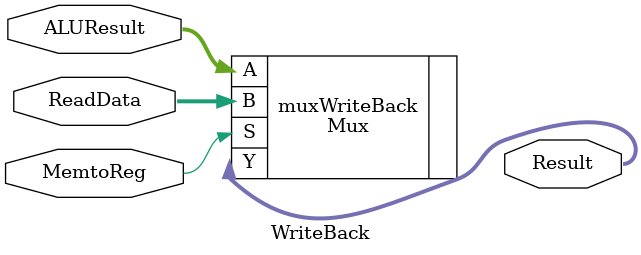
<source format=v>
`timescale 1ns / 1ps
module WriteBack(
    input [31:0] ReadData,
    input [31:0] ALUResult,
    input MemtoReg,
    output [31:0] Result
    );
	 
	 
	 Mux muxWriteBack(
		 .A(ALUResult),	//Entrada 0 de 32 bits
		 .B(ReadData),		//Entrada 1 de 32 bits
		 .S(MemtoReg),		//Entrada de seleccion de 1 bit
		 .Y(Result)	      //Salida de data seleccionada de 32 bits
    );
	 
	 
	 
	 
	 


endmodule

</source>
